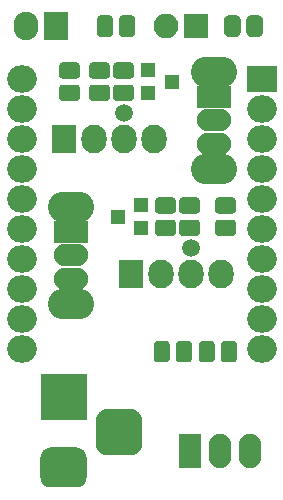
<source format=gbr>
G04 #@! TF.GenerationSoftware,KiCad,Pcbnew,5.0.0*
G04 #@! TF.CreationDate,2018-11-28T10:21:33-08:00*
G04 #@! TF.ProjectId,fanpower,66616E706F7765722E6B696361645F70,rev?*
G04 #@! TF.SameCoordinates,Original*
G04 #@! TF.FileFunction,Soldermask,Top*
G04 #@! TF.FilePolarity,Negative*
%FSLAX46Y46*%
G04 Gerber Fmt 4.6, Leading zero omitted, Abs format (unit mm)*
G04 Created by KiCad (PCBNEW 5.0.0) date Wed Nov 28 10:21:33 2018*
%MOMM*%
%LPD*%
G01*
G04 APERTURE LIST*
%ADD10R,2.100000X2.400000*%
%ADD11O,2.100000X2.400000*%
%ADD12R,1.300000X1.200000*%
%ADD13R,2.500000X2.300000*%
%ADD14O,2.500000X2.300000*%
%ADD15C,0.100000*%
%ADD16C,1.375000*%
%ADD17R,3.900000X3.900000*%
%ADD18C,3.400000*%
%ADD19C,3.900000*%
%ADD20R,2.100000X2.100000*%
%ADD21O,2.100000X2.100000*%
%ADD22C,1.500000*%
%ADD23O,2.130000X2.430000*%
%ADD24R,2.130000X2.430000*%
%ADD25O,3.900000X2.600000*%
%ADD26O,2.900000X1.900000*%
%ADD27R,2.900000X1.900000*%
%ADD28R,1.900000X2.900000*%
%ADD29O,1.900000X2.900000*%
G04 APERTURE END LIST*
D10*
G04 #@! TO.C,FLOW1*
X192405000Y-86995000D03*
D11*
X189905000Y-86995000D03*
G04 #@! TD*
D12*
G04 #@! TO.C,Q2*
X197628000Y-103124000D03*
X199628000Y-102174000D03*
X199628000Y-104074000D03*
G04 #@! TD*
G04 #@! TO.C,Q1*
X200184000Y-90744000D03*
X200184000Y-92644000D03*
X202184000Y-91694000D03*
G04 #@! TD*
D13*
G04 #@! TO.C,A1*
X209804000Y-91440000D03*
D14*
X189484000Y-91440000D03*
X209804000Y-93980000D03*
X189484000Y-93980000D03*
X209804000Y-96520000D03*
X189484000Y-96520000D03*
X209804000Y-99060000D03*
X189484000Y-99060000D03*
X209804000Y-101600000D03*
X189484000Y-101600000D03*
X209804000Y-104140000D03*
X189484000Y-104140000D03*
X209804000Y-106680000D03*
X189484000Y-106680000D03*
X209804000Y-109220000D03*
X189484000Y-109220000D03*
X209804000Y-111760000D03*
X189484000Y-111760000D03*
X209804000Y-114300000D03*
X189484000Y-114300000D03*
G04 #@! TD*
D15*
G04 #@! TO.C,R9*
G36*
X207345943Y-103375655D02*
X207379312Y-103380605D01*
X207412035Y-103388802D01*
X207443797Y-103400166D01*
X207474293Y-103414590D01*
X207503227Y-103431932D01*
X207530323Y-103452028D01*
X207555318Y-103474682D01*
X207577972Y-103499677D01*
X207598068Y-103526773D01*
X207615410Y-103555707D01*
X207629834Y-103586203D01*
X207641198Y-103617965D01*
X207649395Y-103650688D01*
X207654345Y-103684057D01*
X207656000Y-103717750D01*
X207656000Y-104405250D01*
X207654345Y-104438943D01*
X207649395Y-104472312D01*
X207641198Y-104505035D01*
X207629834Y-104536797D01*
X207615410Y-104567293D01*
X207598068Y-104596227D01*
X207577972Y-104623323D01*
X207555318Y-104648318D01*
X207530323Y-104670972D01*
X207503227Y-104691068D01*
X207474293Y-104708410D01*
X207443797Y-104722834D01*
X207412035Y-104734198D01*
X207379312Y-104742395D01*
X207345943Y-104747345D01*
X207312250Y-104749000D01*
X206199750Y-104749000D01*
X206166057Y-104747345D01*
X206132688Y-104742395D01*
X206099965Y-104734198D01*
X206068203Y-104722834D01*
X206037707Y-104708410D01*
X206008773Y-104691068D01*
X205981677Y-104670972D01*
X205956682Y-104648318D01*
X205934028Y-104623323D01*
X205913932Y-104596227D01*
X205896590Y-104567293D01*
X205882166Y-104536797D01*
X205870802Y-104505035D01*
X205862605Y-104472312D01*
X205857655Y-104438943D01*
X205856000Y-104405250D01*
X205856000Y-103717750D01*
X205857655Y-103684057D01*
X205862605Y-103650688D01*
X205870802Y-103617965D01*
X205882166Y-103586203D01*
X205896590Y-103555707D01*
X205913932Y-103526773D01*
X205934028Y-103499677D01*
X205956682Y-103474682D01*
X205981677Y-103452028D01*
X206008773Y-103431932D01*
X206037707Y-103414590D01*
X206068203Y-103400166D01*
X206099965Y-103388802D01*
X206132688Y-103380605D01*
X206166057Y-103375655D01*
X206199750Y-103374000D01*
X207312250Y-103374000D01*
X207345943Y-103375655D01*
X207345943Y-103375655D01*
G37*
D16*
X206756000Y-104061500D03*
D15*
G36*
X207345943Y-101500655D02*
X207379312Y-101505605D01*
X207412035Y-101513802D01*
X207443797Y-101525166D01*
X207474293Y-101539590D01*
X207503227Y-101556932D01*
X207530323Y-101577028D01*
X207555318Y-101599682D01*
X207577972Y-101624677D01*
X207598068Y-101651773D01*
X207615410Y-101680707D01*
X207629834Y-101711203D01*
X207641198Y-101742965D01*
X207649395Y-101775688D01*
X207654345Y-101809057D01*
X207656000Y-101842750D01*
X207656000Y-102530250D01*
X207654345Y-102563943D01*
X207649395Y-102597312D01*
X207641198Y-102630035D01*
X207629834Y-102661797D01*
X207615410Y-102692293D01*
X207598068Y-102721227D01*
X207577972Y-102748323D01*
X207555318Y-102773318D01*
X207530323Y-102795972D01*
X207503227Y-102816068D01*
X207474293Y-102833410D01*
X207443797Y-102847834D01*
X207412035Y-102859198D01*
X207379312Y-102867395D01*
X207345943Y-102872345D01*
X207312250Y-102874000D01*
X206199750Y-102874000D01*
X206166057Y-102872345D01*
X206132688Y-102867395D01*
X206099965Y-102859198D01*
X206068203Y-102847834D01*
X206037707Y-102833410D01*
X206008773Y-102816068D01*
X205981677Y-102795972D01*
X205956682Y-102773318D01*
X205934028Y-102748323D01*
X205913932Y-102721227D01*
X205896590Y-102692293D01*
X205882166Y-102661797D01*
X205870802Y-102630035D01*
X205862605Y-102597312D01*
X205857655Y-102563943D01*
X205856000Y-102530250D01*
X205856000Y-101842750D01*
X205857655Y-101809057D01*
X205862605Y-101775688D01*
X205870802Y-101742965D01*
X205882166Y-101711203D01*
X205896590Y-101680707D01*
X205913932Y-101651773D01*
X205934028Y-101624677D01*
X205956682Y-101599682D01*
X205981677Y-101577028D01*
X206008773Y-101556932D01*
X206037707Y-101539590D01*
X206068203Y-101525166D01*
X206099965Y-101513802D01*
X206132688Y-101505605D01*
X206166057Y-101500655D01*
X206199750Y-101499000D01*
X207312250Y-101499000D01*
X207345943Y-101500655D01*
X207345943Y-101500655D01*
G37*
D16*
X206756000Y-102186500D03*
G04 #@! TD*
D15*
G04 #@! TO.C,R6*
G36*
X194137943Y-90070655D02*
X194171312Y-90075605D01*
X194204035Y-90083802D01*
X194235797Y-90095166D01*
X194266293Y-90109590D01*
X194295227Y-90126932D01*
X194322323Y-90147028D01*
X194347318Y-90169682D01*
X194369972Y-90194677D01*
X194390068Y-90221773D01*
X194407410Y-90250707D01*
X194421834Y-90281203D01*
X194433198Y-90312965D01*
X194441395Y-90345688D01*
X194446345Y-90379057D01*
X194448000Y-90412750D01*
X194448000Y-91100250D01*
X194446345Y-91133943D01*
X194441395Y-91167312D01*
X194433198Y-91200035D01*
X194421834Y-91231797D01*
X194407410Y-91262293D01*
X194390068Y-91291227D01*
X194369972Y-91318323D01*
X194347318Y-91343318D01*
X194322323Y-91365972D01*
X194295227Y-91386068D01*
X194266293Y-91403410D01*
X194235797Y-91417834D01*
X194204035Y-91429198D01*
X194171312Y-91437395D01*
X194137943Y-91442345D01*
X194104250Y-91444000D01*
X192991750Y-91444000D01*
X192958057Y-91442345D01*
X192924688Y-91437395D01*
X192891965Y-91429198D01*
X192860203Y-91417834D01*
X192829707Y-91403410D01*
X192800773Y-91386068D01*
X192773677Y-91365972D01*
X192748682Y-91343318D01*
X192726028Y-91318323D01*
X192705932Y-91291227D01*
X192688590Y-91262293D01*
X192674166Y-91231797D01*
X192662802Y-91200035D01*
X192654605Y-91167312D01*
X192649655Y-91133943D01*
X192648000Y-91100250D01*
X192648000Y-90412750D01*
X192649655Y-90379057D01*
X192654605Y-90345688D01*
X192662802Y-90312965D01*
X192674166Y-90281203D01*
X192688590Y-90250707D01*
X192705932Y-90221773D01*
X192726028Y-90194677D01*
X192748682Y-90169682D01*
X192773677Y-90147028D01*
X192800773Y-90126932D01*
X192829707Y-90109590D01*
X192860203Y-90095166D01*
X192891965Y-90083802D01*
X192924688Y-90075605D01*
X192958057Y-90070655D01*
X192991750Y-90069000D01*
X194104250Y-90069000D01*
X194137943Y-90070655D01*
X194137943Y-90070655D01*
G37*
D16*
X193548000Y-90756500D03*
D15*
G36*
X194137943Y-91945655D02*
X194171312Y-91950605D01*
X194204035Y-91958802D01*
X194235797Y-91970166D01*
X194266293Y-91984590D01*
X194295227Y-92001932D01*
X194322323Y-92022028D01*
X194347318Y-92044682D01*
X194369972Y-92069677D01*
X194390068Y-92096773D01*
X194407410Y-92125707D01*
X194421834Y-92156203D01*
X194433198Y-92187965D01*
X194441395Y-92220688D01*
X194446345Y-92254057D01*
X194448000Y-92287750D01*
X194448000Y-92975250D01*
X194446345Y-93008943D01*
X194441395Y-93042312D01*
X194433198Y-93075035D01*
X194421834Y-93106797D01*
X194407410Y-93137293D01*
X194390068Y-93166227D01*
X194369972Y-93193323D01*
X194347318Y-93218318D01*
X194322323Y-93240972D01*
X194295227Y-93261068D01*
X194266293Y-93278410D01*
X194235797Y-93292834D01*
X194204035Y-93304198D01*
X194171312Y-93312395D01*
X194137943Y-93317345D01*
X194104250Y-93319000D01*
X192991750Y-93319000D01*
X192958057Y-93317345D01*
X192924688Y-93312395D01*
X192891965Y-93304198D01*
X192860203Y-93292834D01*
X192829707Y-93278410D01*
X192800773Y-93261068D01*
X192773677Y-93240972D01*
X192748682Y-93218318D01*
X192726028Y-93193323D01*
X192705932Y-93166227D01*
X192688590Y-93137293D01*
X192674166Y-93106797D01*
X192662802Y-93075035D01*
X192654605Y-93042312D01*
X192649655Y-93008943D01*
X192648000Y-92975250D01*
X192648000Y-92287750D01*
X192649655Y-92254057D01*
X192654605Y-92220688D01*
X192662802Y-92187965D01*
X192674166Y-92156203D01*
X192688590Y-92125707D01*
X192705932Y-92096773D01*
X192726028Y-92069677D01*
X192748682Y-92044682D01*
X192773677Y-92022028D01*
X192800773Y-92001932D01*
X192829707Y-91984590D01*
X192860203Y-91970166D01*
X192891965Y-91958802D01*
X192924688Y-91950605D01*
X192958057Y-91945655D01*
X192991750Y-91944000D01*
X194104250Y-91944000D01*
X194137943Y-91945655D01*
X194137943Y-91945655D01*
G37*
D16*
X193548000Y-92631500D03*
G04 #@! TD*
D15*
G04 #@! TO.C,R7*
G36*
X204297943Y-101500655D02*
X204331312Y-101505605D01*
X204364035Y-101513802D01*
X204395797Y-101525166D01*
X204426293Y-101539590D01*
X204455227Y-101556932D01*
X204482323Y-101577028D01*
X204507318Y-101599682D01*
X204529972Y-101624677D01*
X204550068Y-101651773D01*
X204567410Y-101680707D01*
X204581834Y-101711203D01*
X204593198Y-101742965D01*
X204601395Y-101775688D01*
X204606345Y-101809057D01*
X204608000Y-101842750D01*
X204608000Y-102530250D01*
X204606345Y-102563943D01*
X204601395Y-102597312D01*
X204593198Y-102630035D01*
X204581834Y-102661797D01*
X204567410Y-102692293D01*
X204550068Y-102721227D01*
X204529972Y-102748323D01*
X204507318Y-102773318D01*
X204482323Y-102795972D01*
X204455227Y-102816068D01*
X204426293Y-102833410D01*
X204395797Y-102847834D01*
X204364035Y-102859198D01*
X204331312Y-102867395D01*
X204297943Y-102872345D01*
X204264250Y-102874000D01*
X203151750Y-102874000D01*
X203118057Y-102872345D01*
X203084688Y-102867395D01*
X203051965Y-102859198D01*
X203020203Y-102847834D01*
X202989707Y-102833410D01*
X202960773Y-102816068D01*
X202933677Y-102795972D01*
X202908682Y-102773318D01*
X202886028Y-102748323D01*
X202865932Y-102721227D01*
X202848590Y-102692293D01*
X202834166Y-102661797D01*
X202822802Y-102630035D01*
X202814605Y-102597312D01*
X202809655Y-102563943D01*
X202808000Y-102530250D01*
X202808000Y-101842750D01*
X202809655Y-101809057D01*
X202814605Y-101775688D01*
X202822802Y-101742965D01*
X202834166Y-101711203D01*
X202848590Y-101680707D01*
X202865932Y-101651773D01*
X202886028Y-101624677D01*
X202908682Y-101599682D01*
X202933677Y-101577028D01*
X202960773Y-101556932D01*
X202989707Y-101539590D01*
X203020203Y-101525166D01*
X203051965Y-101513802D01*
X203084688Y-101505605D01*
X203118057Y-101500655D01*
X203151750Y-101499000D01*
X204264250Y-101499000D01*
X204297943Y-101500655D01*
X204297943Y-101500655D01*
G37*
D16*
X203708000Y-102186500D03*
D15*
G36*
X204297943Y-103375655D02*
X204331312Y-103380605D01*
X204364035Y-103388802D01*
X204395797Y-103400166D01*
X204426293Y-103414590D01*
X204455227Y-103431932D01*
X204482323Y-103452028D01*
X204507318Y-103474682D01*
X204529972Y-103499677D01*
X204550068Y-103526773D01*
X204567410Y-103555707D01*
X204581834Y-103586203D01*
X204593198Y-103617965D01*
X204601395Y-103650688D01*
X204606345Y-103684057D01*
X204608000Y-103717750D01*
X204608000Y-104405250D01*
X204606345Y-104438943D01*
X204601395Y-104472312D01*
X204593198Y-104505035D01*
X204581834Y-104536797D01*
X204567410Y-104567293D01*
X204550068Y-104596227D01*
X204529972Y-104623323D01*
X204507318Y-104648318D01*
X204482323Y-104670972D01*
X204455227Y-104691068D01*
X204426293Y-104708410D01*
X204395797Y-104722834D01*
X204364035Y-104734198D01*
X204331312Y-104742395D01*
X204297943Y-104747345D01*
X204264250Y-104749000D01*
X203151750Y-104749000D01*
X203118057Y-104747345D01*
X203084688Y-104742395D01*
X203051965Y-104734198D01*
X203020203Y-104722834D01*
X202989707Y-104708410D01*
X202960773Y-104691068D01*
X202933677Y-104670972D01*
X202908682Y-104648318D01*
X202886028Y-104623323D01*
X202865932Y-104596227D01*
X202848590Y-104567293D01*
X202834166Y-104536797D01*
X202822802Y-104505035D01*
X202814605Y-104472312D01*
X202809655Y-104438943D01*
X202808000Y-104405250D01*
X202808000Y-103717750D01*
X202809655Y-103684057D01*
X202814605Y-103650688D01*
X202822802Y-103617965D01*
X202834166Y-103586203D01*
X202848590Y-103555707D01*
X202865932Y-103526773D01*
X202886028Y-103499677D01*
X202908682Y-103474682D01*
X202933677Y-103452028D01*
X202960773Y-103431932D01*
X202989707Y-103414590D01*
X203020203Y-103400166D01*
X203051965Y-103388802D01*
X203084688Y-103380605D01*
X203118057Y-103375655D01*
X203151750Y-103374000D01*
X204264250Y-103374000D01*
X204297943Y-103375655D01*
X204297943Y-103375655D01*
G37*
D16*
X203708000Y-104061500D03*
G04 #@! TD*
D15*
G04 #@! TO.C,R8*
G36*
X202265943Y-103375655D02*
X202299312Y-103380605D01*
X202332035Y-103388802D01*
X202363797Y-103400166D01*
X202394293Y-103414590D01*
X202423227Y-103431932D01*
X202450323Y-103452028D01*
X202475318Y-103474682D01*
X202497972Y-103499677D01*
X202518068Y-103526773D01*
X202535410Y-103555707D01*
X202549834Y-103586203D01*
X202561198Y-103617965D01*
X202569395Y-103650688D01*
X202574345Y-103684057D01*
X202576000Y-103717750D01*
X202576000Y-104405250D01*
X202574345Y-104438943D01*
X202569395Y-104472312D01*
X202561198Y-104505035D01*
X202549834Y-104536797D01*
X202535410Y-104567293D01*
X202518068Y-104596227D01*
X202497972Y-104623323D01*
X202475318Y-104648318D01*
X202450323Y-104670972D01*
X202423227Y-104691068D01*
X202394293Y-104708410D01*
X202363797Y-104722834D01*
X202332035Y-104734198D01*
X202299312Y-104742395D01*
X202265943Y-104747345D01*
X202232250Y-104749000D01*
X201119750Y-104749000D01*
X201086057Y-104747345D01*
X201052688Y-104742395D01*
X201019965Y-104734198D01*
X200988203Y-104722834D01*
X200957707Y-104708410D01*
X200928773Y-104691068D01*
X200901677Y-104670972D01*
X200876682Y-104648318D01*
X200854028Y-104623323D01*
X200833932Y-104596227D01*
X200816590Y-104567293D01*
X200802166Y-104536797D01*
X200790802Y-104505035D01*
X200782605Y-104472312D01*
X200777655Y-104438943D01*
X200776000Y-104405250D01*
X200776000Y-103717750D01*
X200777655Y-103684057D01*
X200782605Y-103650688D01*
X200790802Y-103617965D01*
X200802166Y-103586203D01*
X200816590Y-103555707D01*
X200833932Y-103526773D01*
X200854028Y-103499677D01*
X200876682Y-103474682D01*
X200901677Y-103452028D01*
X200928773Y-103431932D01*
X200957707Y-103414590D01*
X200988203Y-103400166D01*
X201019965Y-103388802D01*
X201052688Y-103380605D01*
X201086057Y-103375655D01*
X201119750Y-103374000D01*
X202232250Y-103374000D01*
X202265943Y-103375655D01*
X202265943Y-103375655D01*
G37*
D16*
X201676000Y-104061500D03*
D15*
G36*
X202265943Y-101500655D02*
X202299312Y-101505605D01*
X202332035Y-101513802D01*
X202363797Y-101525166D01*
X202394293Y-101539590D01*
X202423227Y-101556932D01*
X202450323Y-101577028D01*
X202475318Y-101599682D01*
X202497972Y-101624677D01*
X202518068Y-101651773D01*
X202535410Y-101680707D01*
X202549834Y-101711203D01*
X202561198Y-101742965D01*
X202569395Y-101775688D01*
X202574345Y-101809057D01*
X202576000Y-101842750D01*
X202576000Y-102530250D01*
X202574345Y-102563943D01*
X202569395Y-102597312D01*
X202561198Y-102630035D01*
X202549834Y-102661797D01*
X202535410Y-102692293D01*
X202518068Y-102721227D01*
X202497972Y-102748323D01*
X202475318Y-102773318D01*
X202450323Y-102795972D01*
X202423227Y-102816068D01*
X202394293Y-102833410D01*
X202363797Y-102847834D01*
X202332035Y-102859198D01*
X202299312Y-102867395D01*
X202265943Y-102872345D01*
X202232250Y-102874000D01*
X201119750Y-102874000D01*
X201086057Y-102872345D01*
X201052688Y-102867395D01*
X201019965Y-102859198D01*
X200988203Y-102847834D01*
X200957707Y-102833410D01*
X200928773Y-102816068D01*
X200901677Y-102795972D01*
X200876682Y-102773318D01*
X200854028Y-102748323D01*
X200833932Y-102721227D01*
X200816590Y-102692293D01*
X200802166Y-102661797D01*
X200790802Y-102630035D01*
X200782605Y-102597312D01*
X200777655Y-102563943D01*
X200776000Y-102530250D01*
X200776000Y-101842750D01*
X200777655Y-101809057D01*
X200782605Y-101775688D01*
X200790802Y-101742965D01*
X200802166Y-101711203D01*
X200816590Y-101680707D01*
X200833932Y-101651773D01*
X200854028Y-101624677D01*
X200876682Y-101599682D01*
X200901677Y-101577028D01*
X200928773Y-101556932D01*
X200957707Y-101539590D01*
X200988203Y-101525166D01*
X201019965Y-101513802D01*
X201052688Y-101505605D01*
X201086057Y-101500655D01*
X201119750Y-101499000D01*
X202232250Y-101499000D01*
X202265943Y-101500655D01*
X202265943Y-101500655D01*
G37*
D16*
X201676000Y-102186500D03*
G04 #@! TD*
D15*
G04 #@! TO.C,C1*
G36*
X201735139Y-113662133D02*
X201768508Y-113667083D01*
X201801231Y-113675280D01*
X201832993Y-113686644D01*
X201863489Y-113701068D01*
X201892423Y-113718410D01*
X201919519Y-113738506D01*
X201944514Y-113761160D01*
X201967168Y-113786155D01*
X201987264Y-113813251D01*
X202004606Y-113842185D01*
X202019030Y-113872681D01*
X202030394Y-113904443D01*
X202038591Y-113937166D01*
X202043541Y-113970535D01*
X202045196Y-114004228D01*
X202045196Y-115116728D01*
X202043541Y-115150421D01*
X202038591Y-115183790D01*
X202030394Y-115216513D01*
X202019030Y-115248275D01*
X202004606Y-115278771D01*
X201987264Y-115307705D01*
X201967168Y-115334801D01*
X201944514Y-115359796D01*
X201919519Y-115382450D01*
X201892423Y-115402546D01*
X201863489Y-115419888D01*
X201832993Y-115434312D01*
X201801231Y-115445676D01*
X201768508Y-115453873D01*
X201735139Y-115458823D01*
X201701446Y-115460478D01*
X201013946Y-115460478D01*
X200980253Y-115458823D01*
X200946884Y-115453873D01*
X200914161Y-115445676D01*
X200882399Y-115434312D01*
X200851903Y-115419888D01*
X200822969Y-115402546D01*
X200795873Y-115382450D01*
X200770878Y-115359796D01*
X200748224Y-115334801D01*
X200728128Y-115307705D01*
X200710786Y-115278771D01*
X200696362Y-115248275D01*
X200684998Y-115216513D01*
X200676801Y-115183790D01*
X200671851Y-115150421D01*
X200670196Y-115116728D01*
X200670196Y-114004228D01*
X200671851Y-113970535D01*
X200676801Y-113937166D01*
X200684998Y-113904443D01*
X200696362Y-113872681D01*
X200710786Y-113842185D01*
X200728128Y-113813251D01*
X200748224Y-113786155D01*
X200770878Y-113761160D01*
X200795873Y-113738506D01*
X200822969Y-113718410D01*
X200851903Y-113701068D01*
X200882399Y-113686644D01*
X200914161Y-113675280D01*
X200946884Y-113667083D01*
X200980253Y-113662133D01*
X201013946Y-113660478D01*
X201701446Y-113660478D01*
X201735139Y-113662133D01*
X201735139Y-113662133D01*
G37*
D16*
X201357696Y-114560478D03*
D15*
G36*
X203610139Y-113662133D02*
X203643508Y-113667083D01*
X203676231Y-113675280D01*
X203707993Y-113686644D01*
X203738489Y-113701068D01*
X203767423Y-113718410D01*
X203794519Y-113738506D01*
X203819514Y-113761160D01*
X203842168Y-113786155D01*
X203862264Y-113813251D01*
X203879606Y-113842185D01*
X203894030Y-113872681D01*
X203905394Y-113904443D01*
X203913591Y-113937166D01*
X203918541Y-113970535D01*
X203920196Y-114004228D01*
X203920196Y-115116728D01*
X203918541Y-115150421D01*
X203913591Y-115183790D01*
X203905394Y-115216513D01*
X203894030Y-115248275D01*
X203879606Y-115278771D01*
X203862264Y-115307705D01*
X203842168Y-115334801D01*
X203819514Y-115359796D01*
X203794519Y-115382450D01*
X203767423Y-115402546D01*
X203738489Y-115419888D01*
X203707993Y-115434312D01*
X203676231Y-115445676D01*
X203643508Y-115453873D01*
X203610139Y-115458823D01*
X203576446Y-115460478D01*
X202888946Y-115460478D01*
X202855253Y-115458823D01*
X202821884Y-115453873D01*
X202789161Y-115445676D01*
X202757399Y-115434312D01*
X202726903Y-115419888D01*
X202697969Y-115402546D01*
X202670873Y-115382450D01*
X202645878Y-115359796D01*
X202623224Y-115334801D01*
X202603128Y-115307705D01*
X202585786Y-115278771D01*
X202571362Y-115248275D01*
X202559998Y-115216513D01*
X202551801Y-115183790D01*
X202546851Y-115150421D01*
X202545196Y-115116728D01*
X202545196Y-114004228D01*
X202546851Y-113970535D01*
X202551801Y-113937166D01*
X202559998Y-113904443D01*
X202571362Y-113872681D01*
X202585786Y-113842185D01*
X202603128Y-113813251D01*
X202623224Y-113786155D01*
X202645878Y-113761160D01*
X202670873Y-113738506D01*
X202697969Y-113718410D01*
X202726903Y-113701068D01*
X202757399Y-113686644D01*
X202789161Y-113675280D01*
X202821884Y-113667083D01*
X202855253Y-113662133D01*
X202888946Y-113660478D01*
X203576446Y-113660478D01*
X203610139Y-113662133D01*
X203610139Y-113662133D01*
G37*
D16*
X203232696Y-114560478D03*
G04 #@! TD*
D15*
G04 #@! TO.C,C2*
G36*
X205545139Y-113662133D02*
X205578508Y-113667083D01*
X205611231Y-113675280D01*
X205642993Y-113686644D01*
X205673489Y-113701068D01*
X205702423Y-113718410D01*
X205729519Y-113738506D01*
X205754514Y-113761160D01*
X205777168Y-113786155D01*
X205797264Y-113813251D01*
X205814606Y-113842185D01*
X205829030Y-113872681D01*
X205840394Y-113904443D01*
X205848591Y-113937166D01*
X205853541Y-113970535D01*
X205855196Y-114004228D01*
X205855196Y-115116728D01*
X205853541Y-115150421D01*
X205848591Y-115183790D01*
X205840394Y-115216513D01*
X205829030Y-115248275D01*
X205814606Y-115278771D01*
X205797264Y-115307705D01*
X205777168Y-115334801D01*
X205754514Y-115359796D01*
X205729519Y-115382450D01*
X205702423Y-115402546D01*
X205673489Y-115419888D01*
X205642993Y-115434312D01*
X205611231Y-115445676D01*
X205578508Y-115453873D01*
X205545139Y-115458823D01*
X205511446Y-115460478D01*
X204823946Y-115460478D01*
X204790253Y-115458823D01*
X204756884Y-115453873D01*
X204724161Y-115445676D01*
X204692399Y-115434312D01*
X204661903Y-115419888D01*
X204632969Y-115402546D01*
X204605873Y-115382450D01*
X204580878Y-115359796D01*
X204558224Y-115334801D01*
X204538128Y-115307705D01*
X204520786Y-115278771D01*
X204506362Y-115248275D01*
X204494998Y-115216513D01*
X204486801Y-115183790D01*
X204481851Y-115150421D01*
X204480196Y-115116728D01*
X204480196Y-114004228D01*
X204481851Y-113970535D01*
X204486801Y-113937166D01*
X204494998Y-113904443D01*
X204506362Y-113872681D01*
X204520786Y-113842185D01*
X204538128Y-113813251D01*
X204558224Y-113786155D01*
X204580878Y-113761160D01*
X204605873Y-113738506D01*
X204632969Y-113718410D01*
X204661903Y-113701068D01*
X204692399Y-113686644D01*
X204724161Y-113675280D01*
X204756884Y-113667083D01*
X204790253Y-113662133D01*
X204823946Y-113660478D01*
X205511446Y-113660478D01*
X205545139Y-113662133D01*
X205545139Y-113662133D01*
G37*
D16*
X205167696Y-114560478D03*
D15*
G36*
X207420139Y-113662133D02*
X207453508Y-113667083D01*
X207486231Y-113675280D01*
X207517993Y-113686644D01*
X207548489Y-113701068D01*
X207577423Y-113718410D01*
X207604519Y-113738506D01*
X207629514Y-113761160D01*
X207652168Y-113786155D01*
X207672264Y-113813251D01*
X207689606Y-113842185D01*
X207704030Y-113872681D01*
X207715394Y-113904443D01*
X207723591Y-113937166D01*
X207728541Y-113970535D01*
X207730196Y-114004228D01*
X207730196Y-115116728D01*
X207728541Y-115150421D01*
X207723591Y-115183790D01*
X207715394Y-115216513D01*
X207704030Y-115248275D01*
X207689606Y-115278771D01*
X207672264Y-115307705D01*
X207652168Y-115334801D01*
X207629514Y-115359796D01*
X207604519Y-115382450D01*
X207577423Y-115402546D01*
X207548489Y-115419888D01*
X207517993Y-115434312D01*
X207486231Y-115445676D01*
X207453508Y-115453873D01*
X207420139Y-115458823D01*
X207386446Y-115460478D01*
X206698946Y-115460478D01*
X206665253Y-115458823D01*
X206631884Y-115453873D01*
X206599161Y-115445676D01*
X206567399Y-115434312D01*
X206536903Y-115419888D01*
X206507969Y-115402546D01*
X206480873Y-115382450D01*
X206455878Y-115359796D01*
X206433224Y-115334801D01*
X206413128Y-115307705D01*
X206395786Y-115278771D01*
X206381362Y-115248275D01*
X206369998Y-115216513D01*
X206361801Y-115183790D01*
X206356851Y-115150421D01*
X206355196Y-115116728D01*
X206355196Y-114004228D01*
X206356851Y-113970535D01*
X206361801Y-113937166D01*
X206369998Y-113904443D01*
X206381362Y-113872681D01*
X206395786Y-113842185D01*
X206413128Y-113813251D01*
X206433224Y-113786155D01*
X206455878Y-113761160D01*
X206480873Y-113738506D01*
X206507969Y-113718410D01*
X206536903Y-113701068D01*
X206567399Y-113686644D01*
X206599161Y-113675280D01*
X206631884Y-113667083D01*
X206665253Y-113662133D01*
X206698946Y-113660478D01*
X207386446Y-113660478D01*
X207420139Y-113662133D01*
X207420139Y-113662133D01*
G37*
D16*
X207042696Y-114560478D03*
G04 #@! TD*
D17*
G04 #@! TO.C,J2*
X193040000Y-118364000D03*
D15*
G36*
X194223315Y-122668093D02*
X194305827Y-122680333D01*
X194386742Y-122700601D01*
X194465281Y-122728702D01*
X194540687Y-122764367D01*
X194612235Y-122807251D01*
X194679234Y-122856941D01*
X194741041Y-122912959D01*
X194797059Y-122974766D01*
X194846749Y-123041765D01*
X194889633Y-123113313D01*
X194925298Y-123188719D01*
X194953399Y-123267258D01*
X194973667Y-123348173D01*
X194985907Y-123430685D01*
X194990000Y-123514000D01*
X194990000Y-125214000D01*
X194985907Y-125297315D01*
X194973667Y-125379827D01*
X194953399Y-125460742D01*
X194925298Y-125539281D01*
X194889633Y-125614687D01*
X194846749Y-125686235D01*
X194797059Y-125753234D01*
X194741041Y-125815041D01*
X194679234Y-125871059D01*
X194612235Y-125920749D01*
X194540687Y-125963633D01*
X194465281Y-125999298D01*
X194386742Y-126027399D01*
X194305827Y-126047667D01*
X194223315Y-126059907D01*
X194140000Y-126064000D01*
X191940000Y-126064000D01*
X191856685Y-126059907D01*
X191774173Y-126047667D01*
X191693258Y-126027399D01*
X191614719Y-125999298D01*
X191539313Y-125963633D01*
X191467765Y-125920749D01*
X191400766Y-125871059D01*
X191338959Y-125815041D01*
X191282941Y-125753234D01*
X191233251Y-125686235D01*
X191190367Y-125614687D01*
X191154702Y-125539281D01*
X191126601Y-125460742D01*
X191106333Y-125379827D01*
X191094093Y-125297315D01*
X191090000Y-125214000D01*
X191090000Y-123514000D01*
X191094093Y-123430685D01*
X191106333Y-123348173D01*
X191126601Y-123267258D01*
X191154702Y-123188719D01*
X191190367Y-123113313D01*
X191233251Y-123041765D01*
X191282941Y-122974766D01*
X191338959Y-122912959D01*
X191400766Y-122856941D01*
X191467765Y-122807251D01*
X191539313Y-122764367D01*
X191614719Y-122728702D01*
X191693258Y-122700601D01*
X191774173Y-122680333D01*
X191856685Y-122668093D01*
X191940000Y-122664000D01*
X194140000Y-122664000D01*
X194223315Y-122668093D01*
X194223315Y-122668093D01*
G37*
D18*
X193040000Y-124364000D03*
D15*
G36*
X198810567Y-119418695D02*
X198905213Y-119432734D01*
X198998028Y-119455983D01*
X199088116Y-119488217D01*
X199174612Y-119529127D01*
X199256681Y-119578317D01*
X199333533Y-119635315D01*
X199404429Y-119699571D01*
X199468685Y-119770467D01*
X199525683Y-119847319D01*
X199574873Y-119929388D01*
X199615783Y-120015884D01*
X199648017Y-120105972D01*
X199671266Y-120198787D01*
X199685305Y-120293433D01*
X199690000Y-120389000D01*
X199690000Y-122339000D01*
X199685305Y-122434567D01*
X199671266Y-122529213D01*
X199648017Y-122622028D01*
X199615783Y-122712116D01*
X199574873Y-122798612D01*
X199525683Y-122880681D01*
X199468685Y-122957533D01*
X199404429Y-123028429D01*
X199333533Y-123092685D01*
X199256681Y-123149683D01*
X199174612Y-123198873D01*
X199088116Y-123239783D01*
X198998028Y-123272017D01*
X198905213Y-123295266D01*
X198810567Y-123309305D01*
X198715000Y-123314000D01*
X196765000Y-123314000D01*
X196669433Y-123309305D01*
X196574787Y-123295266D01*
X196481972Y-123272017D01*
X196391884Y-123239783D01*
X196305388Y-123198873D01*
X196223319Y-123149683D01*
X196146467Y-123092685D01*
X196075571Y-123028429D01*
X196011315Y-122957533D01*
X195954317Y-122880681D01*
X195905127Y-122798612D01*
X195864217Y-122712116D01*
X195831983Y-122622028D01*
X195808734Y-122529213D01*
X195794695Y-122434567D01*
X195790000Y-122339000D01*
X195790000Y-120389000D01*
X195794695Y-120293433D01*
X195808734Y-120198787D01*
X195831983Y-120105972D01*
X195864217Y-120015884D01*
X195905127Y-119929388D01*
X195954317Y-119847319D01*
X196011315Y-119770467D01*
X196075571Y-119699571D01*
X196146467Y-119635315D01*
X196223319Y-119578317D01*
X196305388Y-119529127D01*
X196391884Y-119488217D01*
X196481972Y-119455983D01*
X196574787Y-119432734D01*
X196669433Y-119418695D01*
X196765000Y-119414000D01*
X198715000Y-119414000D01*
X198810567Y-119418695D01*
X198810567Y-119418695D01*
G37*
D19*
X197740000Y-121364000D03*
G04 #@! TD*
D20*
G04 #@! TO.C,NTC1*
X204216000Y-86995000D03*
D21*
X201676000Y-86995000D03*
G04 #@! TD*
D22*
G04 #@! TO.C,FAN1*
X198120000Y-94360000D03*
D23*
X200660000Y-96520000D03*
X198120000Y-96520000D03*
X195580000Y-96520000D03*
D24*
X193040000Y-96520000D03*
G04 #@! TD*
G04 #@! TO.C,FAN2*
X198755000Y-107950000D03*
D23*
X201295000Y-107950000D03*
X203835000Y-107950000D03*
X206375000Y-107950000D03*
D22*
X203835000Y-105790000D03*
G04 #@! TD*
D15*
G04 #@! TO.C,R1*
G36*
X207719943Y-86096655D02*
X207753312Y-86101605D01*
X207786035Y-86109802D01*
X207817797Y-86121166D01*
X207848293Y-86135590D01*
X207877227Y-86152932D01*
X207904323Y-86173028D01*
X207929318Y-86195682D01*
X207951972Y-86220677D01*
X207972068Y-86247773D01*
X207989410Y-86276707D01*
X208003834Y-86307203D01*
X208015198Y-86338965D01*
X208023395Y-86371688D01*
X208028345Y-86405057D01*
X208030000Y-86438750D01*
X208030000Y-87551250D01*
X208028345Y-87584943D01*
X208023395Y-87618312D01*
X208015198Y-87651035D01*
X208003834Y-87682797D01*
X207989410Y-87713293D01*
X207972068Y-87742227D01*
X207951972Y-87769323D01*
X207929318Y-87794318D01*
X207904323Y-87816972D01*
X207877227Y-87837068D01*
X207848293Y-87854410D01*
X207817797Y-87868834D01*
X207786035Y-87880198D01*
X207753312Y-87888395D01*
X207719943Y-87893345D01*
X207686250Y-87895000D01*
X206998750Y-87895000D01*
X206965057Y-87893345D01*
X206931688Y-87888395D01*
X206898965Y-87880198D01*
X206867203Y-87868834D01*
X206836707Y-87854410D01*
X206807773Y-87837068D01*
X206780677Y-87816972D01*
X206755682Y-87794318D01*
X206733028Y-87769323D01*
X206712932Y-87742227D01*
X206695590Y-87713293D01*
X206681166Y-87682797D01*
X206669802Y-87651035D01*
X206661605Y-87618312D01*
X206656655Y-87584943D01*
X206655000Y-87551250D01*
X206655000Y-86438750D01*
X206656655Y-86405057D01*
X206661605Y-86371688D01*
X206669802Y-86338965D01*
X206681166Y-86307203D01*
X206695590Y-86276707D01*
X206712932Y-86247773D01*
X206733028Y-86220677D01*
X206755682Y-86195682D01*
X206780677Y-86173028D01*
X206807773Y-86152932D01*
X206836707Y-86135590D01*
X206867203Y-86121166D01*
X206898965Y-86109802D01*
X206931688Y-86101605D01*
X206965057Y-86096655D01*
X206998750Y-86095000D01*
X207686250Y-86095000D01*
X207719943Y-86096655D01*
X207719943Y-86096655D01*
G37*
D16*
X207342500Y-86995000D03*
D15*
G36*
X209594943Y-86096655D02*
X209628312Y-86101605D01*
X209661035Y-86109802D01*
X209692797Y-86121166D01*
X209723293Y-86135590D01*
X209752227Y-86152932D01*
X209779323Y-86173028D01*
X209804318Y-86195682D01*
X209826972Y-86220677D01*
X209847068Y-86247773D01*
X209864410Y-86276707D01*
X209878834Y-86307203D01*
X209890198Y-86338965D01*
X209898395Y-86371688D01*
X209903345Y-86405057D01*
X209905000Y-86438750D01*
X209905000Y-87551250D01*
X209903345Y-87584943D01*
X209898395Y-87618312D01*
X209890198Y-87651035D01*
X209878834Y-87682797D01*
X209864410Y-87713293D01*
X209847068Y-87742227D01*
X209826972Y-87769323D01*
X209804318Y-87794318D01*
X209779323Y-87816972D01*
X209752227Y-87837068D01*
X209723293Y-87854410D01*
X209692797Y-87868834D01*
X209661035Y-87880198D01*
X209628312Y-87888395D01*
X209594943Y-87893345D01*
X209561250Y-87895000D01*
X208873750Y-87895000D01*
X208840057Y-87893345D01*
X208806688Y-87888395D01*
X208773965Y-87880198D01*
X208742203Y-87868834D01*
X208711707Y-87854410D01*
X208682773Y-87837068D01*
X208655677Y-87816972D01*
X208630682Y-87794318D01*
X208608028Y-87769323D01*
X208587932Y-87742227D01*
X208570590Y-87713293D01*
X208556166Y-87682797D01*
X208544802Y-87651035D01*
X208536605Y-87618312D01*
X208531655Y-87584943D01*
X208530000Y-87551250D01*
X208530000Y-86438750D01*
X208531655Y-86405057D01*
X208536605Y-86371688D01*
X208544802Y-86338965D01*
X208556166Y-86307203D01*
X208570590Y-86276707D01*
X208587932Y-86247773D01*
X208608028Y-86220677D01*
X208630682Y-86195682D01*
X208655677Y-86173028D01*
X208682773Y-86152932D01*
X208711707Y-86135590D01*
X208742203Y-86121166D01*
X208773965Y-86109802D01*
X208806688Y-86101605D01*
X208840057Y-86096655D01*
X208873750Y-86095000D01*
X209561250Y-86095000D01*
X209594943Y-86096655D01*
X209594943Y-86096655D01*
G37*
D16*
X209217500Y-86995000D03*
G04 #@! TD*
D15*
G04 #@! TO.C,R2*
G36*
X198799943Y-86096655D02*
X198833312Y-86101605D01*
X198866035Y-86109802D01*
X198897797Y-86121166D01*
X198928293Y-86135590D01*
X198957227Y-86152932D01*
X198984323Y-86173028D01*
X199009318Y-86195682D01*
X199031972Y-86220677D01*
X199052068Y-86247773D01*
X199069410Y-86276707D01*
X199083834Y-86307203D01*
X199095198Y-86338965D01*
X199103395Y-86371688D01*
X199108345Y-86405057D01*
X199110000Y-86438750D01*
X199110000Y-87551250D01*
X199108345Y-87584943D01*
X199103395Y-87618312D01*
X199095198Y-87651035D01*
X199083834Y-87682797D01*
X199069410Y-87713293D01*
X199052068Y-87742227D01*
X199031972Y-87769323D01*
X199009318Y-87794318D01*
X198984323Y-87816972D01*
X198957227Y-87837068D01*
X198928293Y-87854410D01*
X198897797Y-87868834D01*
X198866035Y-87880198D01*
X198833312Y-87888395D01*
X198799943Y-87893345D01*
X198766250Y-87895000D01*
X198078750Y-87895000D01*
X198045057Y-87893345D01*
X198011688Y-87888395D01*
X197978965Y-87880198D01*
X197947203Y-87868834D01*
X197916707Y-87854410D01*
X197887773Y-87837068D01*
X197860677Y-87816972D01*
X197835682Y-87794318D01*
X197813028Y-87769323D01*
X197792932Y-87742227D01*
X197775590Y-87713293D01*
X197761166Y-87682797D01*
X197749802Y-87651035D01*
X197741605Y-87618312D01*
X197736655Y-87584943D01*
X197735000Y-87551250D01*
X197735000Y-86438750D01*
X197736655Y-86405057D01*
X197741605Y-86371688D01*
X197749802Y-86338965D01*
X197761166Y-86307203D01*
X197775590Y-86276707D01*
X197792932Y-86247773D01*
X197813028Y-86220677D01*
X197835682Y-86195682D01*
X197860677Y-86173028D01*
X197887773Y-86152932D01*
X197916707Y-86135590D01*
X197947203Y-86121166D01*
X197978965Y-86109802D01*
X198011688Y-86101605D01*
X198045057Y-86096655D01*
X198078750Y-86095000D01*
X198766250Y-86095000D01*
X198799943Y-86096655D01*
X198799943Y-86096655D01*
G37*
D16*
X198422500Y-86995000D03*
D15*
G36*
X196924943Y-86096655D02*
X196958312Y-86101605D01*
X196991035Y-86109802D01*
X197022797Y-86121166D01*
X197053293Y-86135590D01*
X197082227Y-86152932D01*
X197109323Y-86173028D01*
X197134318Y-86195682D01*
X197156972Y-86220677D01*
X197177068Y-86247773D01*
X197194410Y-86276707D01*
X197208834Y-86307203D01*
X197220198Y-86338965D01*
X197228395Y-86371688D01*
X197233345Y-86405057D01*
X197235000Y-86438750D01*
X197235000Y-87551250D01*
X197233345Y-87584943D01*
X197228395Y-87618312D01*
X197220198Y-87651035D01*
X197208834Y-87682797D01*
X197194410Y-87713293D01*
X197177068Y-87742227D01*
X197156972Y-87769323D01*
X197134318Y-87794318D01*
X197109323Y-87816972D01*
X197082227Y-87837068D01*
X197053293Y-87854410D01*
X197022797Y-87868834D01*
X196991035Y-87880198D01*
X196958312Y-87888395D01*
X196924943Y-87893345D01*
X196891250Y-87895000D01*
X196203750Y-87895000D01*
X196170057Y-87893345D01*
X196136688Y-87888395D01*
X196103965Y-87880198D01*
X196072203Y-87868834D01*
X196041707Y-87854410D01*
X196012773Y-87837068D01*
X195985677Y-87816972D01*
X195960682Y-87794318D01*
X195938028Y-87769323D01*
X195917932Y-87742227D01*
X195900590Y-87713293D01*
X195886166Y-87682797D01*
X195874802Y-87651035D01*
X195866605Y-87618312D01*
X195861655Y-87584943D01*
X195860000Y-87551250D01*
X195860000Y-86438750D01*
X195861655Y-86405057D01*
X195866605Y-86371688D01*
X195874802Y-86338965D01*
X195886166Y-86307203D01*
X195900590Y-86276707D01*
X195917932Y-86247773D01*
X195938028Y-86220677D01*
X195960682Y-86195682D01*
X195985677Y-86173028D01*
X196012773Y-86152932D01*
X196041707Y-86135590D01*
X196072203Y-86121166D01*
X196103965Y-86109802D01*
X196136688Y-86101605D01*
X196170057Y-86096655D01*
X196203750Y-86095000D01*
X196891250Y-86095000D01*
X196924943Y-86096655D01*
X196924943Y-86096655D01*
G37*
D16*
X196547500Y-86995000D03*
G04 #@! TD*
D15*
G04 #@! TO.C,R4*
G36*
X196677943Y-90070655D02*
X196711312Y-90075605D01*
X196744035Y-90083802D01*
X196775797Y-90095166D01*
X196806293Y-90109590D01*
X196835227Y-90126932D01*
X196862323Y-90147028D01*
X196887318Y-90169682D01*
X196909972Y-90194677D01*
X196930068Y-90221773D01*
X196947410Y-90250707D01*
X196961834Y-90281203D01*
X196973198Y-90312965D01*
X196981395Y-90345688D01*
X196986345Y-90379057D01*
X196988000Y-90412750D01*
X196988000Y-91100250D01*
X196986345Y-91133943D01*
X196981395Y-91167312D01*
X196973198Y-91200035D01*
X196961834Y-91231797D01*
X196947410Y-91262293D01*
X196930068Y-91291227D01*
X196909972Y-91318323D01*
X196887318Y-91343318D01*
X196862323Y-91365972D01*
X196835227Y-91386068D01*
X196806293Y-91403410D01*
X196775797Y-91417834D01*
X196744035Y-91429198D01*
X196711312Y-91437395D01*
X196677943Y-91442345D01*
X196644250Y-91444000D01*
X195531750Y-91444000D01*
X195498057Y-91442345D01*
X195464688Y-91437395D01*
X195431965Y-91429198D01*
X195400203Y-91417834D01*
X195369707Y-91403410D01*
X195340773Y-91386068D01*
X195313677Y-91365972D01*
X195288682Y-91343318D01*
X195266028Y-91318323D01*
X195245932Y-91291227D01*
X195228590Y-91262293D01*
X195214166Y-91231797D01*
X195202802Y-91200035D01*
X195194605Y-91167312D01*
X195189655Y-91133943D01*
X195188000Y-91100250D01*
X195188000Y-90412750D01*
X195189655Y-90379057D01*
X195194605Y-90345688D01*
X195202802Y-90312965D01*
X195214166Y-90281203D01*
X195228590Y-90250707D01*
X195245932Y-90221773D01*
X195266028Y-90194677D01*
X195288682Y-90169682D01*
X195313677Y-90147028D01*
X195340773Y-90126932D01*
X195369707Y-90109590D01*
X195400203Y-90095166D01*
X195431965Y-90083802D01*
X195464688Y-90075605D01*
X195498057Y-90070655D01*
X195531750Y-90069000D01*
X196644250Y-90069000D01*
X196677943Y-90070655D01*
X196677943Y-90070655D01*
G37*
D16*
X196088000Y-90756500D03*
D15*
G36*
X196677943Y-91945655D02*
X196711312Y-91950605D01*
X196744035Y-91958802D01*
X196775797Y-91970166D01*
X196806293Y-91984590D01*
X196835227Y-92001932D01*
X196862323Y-92022028D01*
X196887318Y-92044682D01*
X196909972Y-92069677D01*
X196930068Y-92096773D01*
X196947410Y-92125707D01*
X196961834Y-92156203D01*
X196973198Y-92187965D01*
X196981395Y-92220688D01*
X196986345Y-92254057D01*
X196988000Y-92287750D01*
X196988000Y-92975250D01*
X196986345Y-93008943D01*
X196981395Y-93042312D01*
X196973198Y-93075035D01*
X196961834Y-93106797D01*
X196947410Y-93137293D01*
X196930068Y-93166227D01*
X196909972Y-93193323D01*
X196887318Y-93218318D01*
X196862323Y-93240972D01*
X196835227Y-93261068D01*
X196806293Y-93278410D01*
X196775797Y-93292834D01*
X196744035Y-93304198D01*
X196711312Y-93312395D01*
X196677943Y-93317345D01*
X196644250Y-93319000D01*
X195531750Y-93319000D01*
X195498057Y-93317345D01*
X195464688Y-93312395D01*
X195431965Y-93304198D01*
X195400203Y-93292834D01*
X195369707Y-93278410D01*
X195340773Y-93261068D01*
X195313677Y-93240972D01*
X195288682Y-93218318D01*
X195266028Y-93193323D01*
X195245932Y-93166227D01*
X195228590Y-93137293D01*
X195214166Y-93106797D01*
X195202802Y-93075035D01*
X195194605Y-93042312D01*
X195189655Y-93008943D01*
X195188000Y-92975250D01*
X195188000Y-92287750D01*
X195189655Y-92254057D01*
X195194605Y-92220688D01*
X195202802Y-92187965D01*
X195214166Y-92156203D01*
X195228590Y-92125707D01*
X195245932Y-92096773D01*
X195266028Y-92069677D01*
X195288682Y-92044682D01*
X195313677Y-92022028D01*
X195340773Y-92001932D01*
X195369707Y-91984590D01*
X195400203Y-91970166D01*
X195431965Y-91958802D01*
X195464688Y-91950605D01*
X195498057Y-91945655D01*
X195531750Y-91944000D01*
X196644250Y-91944000D01*
X196677943Y-91945655D01*
X196677943Y-91945655D01*
G37*
D16*
X196088000Y-92631500D03*
G04 #@! TD*
D15*
G04 #@! TO.C,R5*
G36*
X198709943Y-90070655D02*
X198743312Y-90075605D01*
X198776035Y-90083802D01*
X198807797Y-90095166D01*
X198838293Y-90109590D01*
X198867227Y-90126932D01*
X198894323Y-90147028D01*
X198919318Y-90169682D01*
X198941972Y-90194677D01*
X198962068Y-90221773D01*
X198979410Y-90250707D01*
X198993834Y-90281203D01*
X199005198Y-90312965D01*
X199013395Y-90345688D01*
X199018345Y-90379057D01*
X199020000Y-90412750D01*
X199020000Y-91100250D01*
X199018345Y-91133943D01*
X199013395Y-91167312D01*
X199005198Y-91200035D01*
X198993834Y-91231797D01*
X198979410Y-91262293D01*
X198962068Y-91291227D01*
X198941972Y-91318323D01*
X198919318Y-91343318D01*
X198894323Y-91365972D01*
X198867227Y-91386068D01*
X198838293Y-91403410D01*
X198807797Y-91417834D01*
X198776035Y-91429198D01*
X198743312Y-91437395D01*
X198709943Y-91442345D01*
X198676250Y-91444000D01*
X197563750Y-91444000D01*
X197530057Y-91442345D01*
X197496688Y-91437395D01*
X197463965Y-91429198D01*
X197432203Y-91417834D01*
X197401707Y-91403410D01*
X197372773Y-91386068D01*
X197345677Y-91365972D01*
X197320682Y-91343318D01*
X197298028Y-91318323D01*
X197277932Y-91291227D01*
X197260590Y-91262293D01*
X197246166Y-91231797D01*
X197234802Y-91200035D01*
X197226605Y-91167312D01*
X197221655Y-91133943D01*
X197220000Y-91100250D01*
X197220000Y-90412750D01*
X197221655Y-90379057D01*
X197226605Y-90345688D01*
X197234802Y-90312965D01*
X197246166Y-90281203D01*
X197260590Y-90250707D01*
X197277932Y-90221773D01*
X197298028Y-90194677D01*
X197320682Y-90169682D01*
X197345677Y-90147028D01*
X197372773Y-90126932D01*
X197401707Y-90109590D01*
X197432203Y-90095166D01*
X197463965Y-90083802D01*
X197496688Y-90075605D01*
X197530057Y-90070655D01*
X197563750Y-90069000D01*
X198676250Y-90069000D01*
X198709943Y-90070655D01*
X198709943Y-90070655D01*
G37*
D16*
X198120000Y-90756500D03*
D15*
G36*
X198709943Y-91945655D02*
X198743312Y-91950605D01*
X198776035Y-91958802D01*
X198807797Y-91970166D01*
X198838293Y-91984590D01*
X198867227Y-92001932D01*
X198894323Y-92022028D01*
X198919318Y-92044682D01*
X198941972Y-92069677D01*
X198962068Y-92096773D01*
X198979410Y-92125707D01*
X198993834Y-92156203D01*
X199005198Y-92187965D01*
X199013395Y-92220688D01*
X199018345Y-92254057D01*
X199020000Y-92287750D01*
X199020000Y-92975250D01*
X199018345Y-93008943D01*
X199013395Y-93042312D01*
X199005198Y-93075035D01*
X198993834Y-93106797D01*
X198979410Y-93137293D01*
X198962068Y-93166227D01*
X198941972Y-93193323D01*
X198919318Y-93218318D01*
X198894323Y-93240972D01*
X198867227Y-93261068D01*
X198838293Y-93278410D01*
X198807797Y-93292834D01*
X198776035Y-93304198D01*
X198743312Y-93312395D01*
X198709943Y-93317345D01*
X198676250Y-93319000D01*
X197563750Y-93319000D01*
X197530057Y-93317345D01*
X197496688Y-93312395D01*
X197463965Y-93304198D01*
X197432203Y-93292834D01*
X197401707Y-93278410D01*
X197372773Y-93261068D01*
X197345677Y-93240972D01*
X197320682Y-93218318D01*
X197298028Y-93193323D01*
X197277932Y-93166227D01*
X197260590Y-93137293D01*
X197246166Y-93106797D01*
X197234802Y-93075035D01*
X197226605Y-93042312D01*
X197221655Y-93008943D01*
X197220000Y-92975250D01*
X197220000Y-92287750D01*
X197221655Y-92254057D01*
X197226605Y-92220688D01*
X197234802Y-92187965D01*
X197246166Y-92156203D01*
X197260590Y-92125707D01*
X197277932Y-92096773D01*
X197298028Y-92069677D01*
X197320682Y-92044682D01*
X197345677Y-92022028D01*
X197372773Y-92001932D01*
X197401707Y-91984590D01*
X197432203Y-91970166D01*
X197463965Y-91958802D01*
X197496688Y-91950605D01*
X197530057Y-91945655D01*
X197563750Y-91944000D01*
X198676250Y-91944000D01*
X198709943Y-91945655D01*
X198709943Y-91945655D01*
G37*
D16*
X198120000Y-92631500D03*
G04 #@! TD*
D25*
G04 #@! TO.C,SW1*
X205740000Y-99060000D03*
X205740000Y-90860000D03*
D26*
X205740000Y-96960000D03*
X205740000Y-94960000D03*
D27*
X205740000Y-92960000D03*
G04 #@! TD*
G04 #@! TO.C,SW2*
X193675000Y-104390000D03*
D26*
X193675000Y-106390000D03*
X193675000Y-108390000D03*
D25*
X193675000Y-102290000D03*
X193675000Y-110490000D03*
G04 #@! TD*
D28*
G04 #@! TO.C,U1*
X203708000Y-122936000D03*
D29*
X206248000Y-122936000D03*
X208788000Y-122936000D03*
G04 #@! TD*
M02*

</source>
